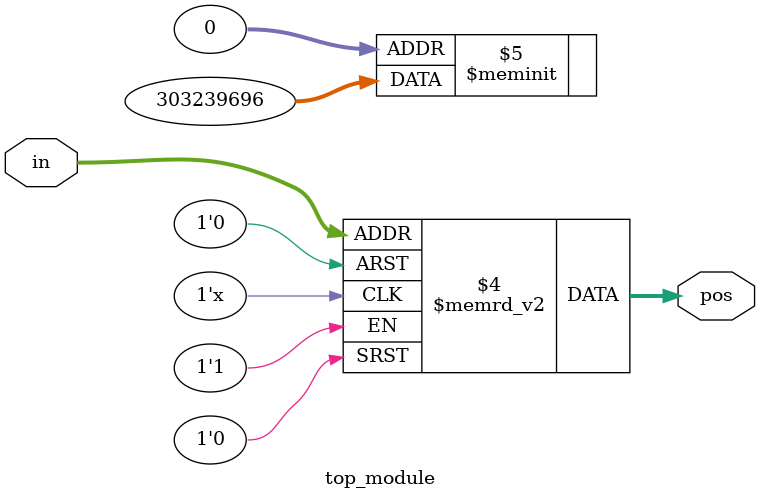
<source format=v>
module top_module (
    input [3:0] in,
    output reg [1:0] pos  );
    
    always@(*) begin
        case(in)
            4'h0: pos = 2'h0;
			4'h1: pos = 2'h0;
			4'h2: pos = 2'h1;
			4'h3: pos = 2'h0;
			4'h4: pos = 2'h2;
			4'h5: pos = 2'h0;
			4'h6: pos = 2'h1;
			4'h7: pos = 2'h0;
			4'h8: pos = 2'h3;
			4'h9: pos = 2'h0;
			4'ha: pos = 2'h1;
			4'hb: pos = 2'h0;
			4'hc: pos = 2'h2;
			4'hd: pos = 2'h0;
			4'he: pos = 2'h1;
			4'hf: pos = 2'h0;
			default: pos = 2'b0;
		endcase
	end

endmodule

</source>
